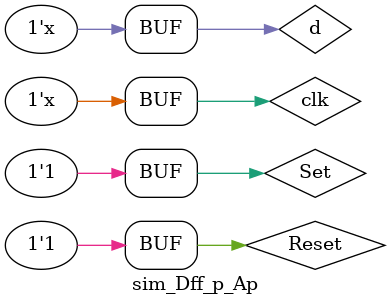
<source format=v>
`timescale 1ns / 1ps


module sim_Dff_p_Ap( );
reg clk,d,Reset,Set;
wire q,n_q;
Dff_p_Ap u_Dff_p_Ap(.clk(clk),.d(d),.Reset(Reset),.Set(Set),.q(q),.n_q(n_q));
initial begin
clk=0;
d=0;
Reset=0;
Set=1;
#50 Reset=1;Set=0;
#40 Set=1;Reset=0;
#40 Reset=1;
end
always
#20 clk=~clk;
always
#50 d=~d;
endmodule

</source>
